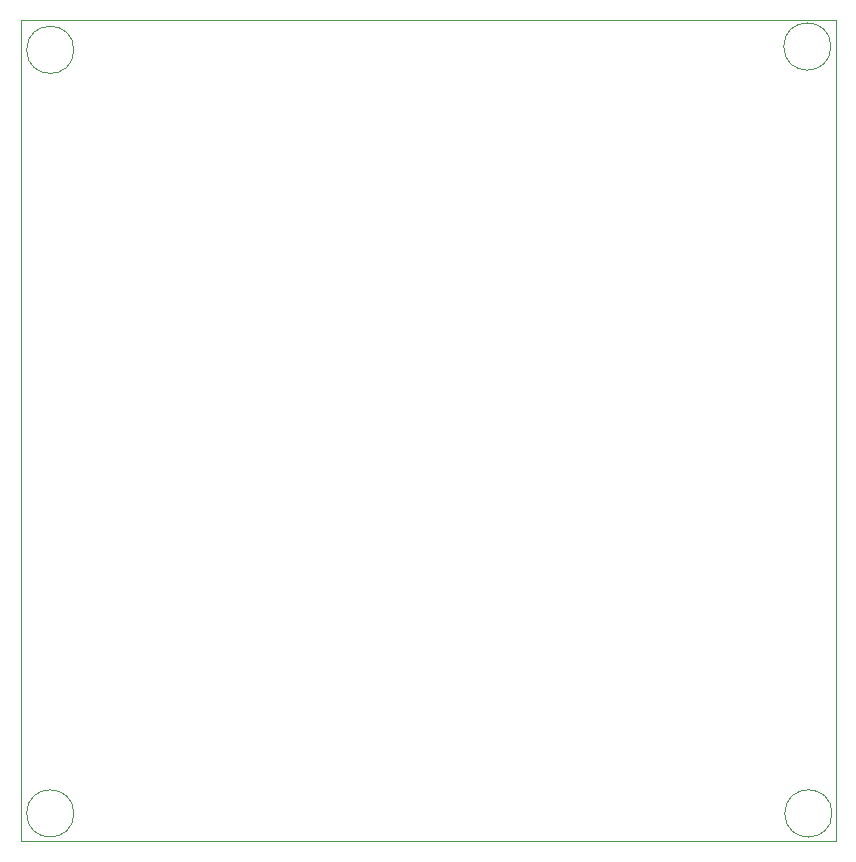
<source format=gm1>
G04 #@! TF.GenerationSoftware,KiCad,Pcbnew,7.0.6*
G04 #@! TF.CreationDate,2023-11-30T23:32:03-05:00*
G04 #@! TF.ProjectId,TeslaCoil,5465736c-6143-46f6-996c-2e6b69636164,rev?*
G04 #@! TF.SameCoordinates,Original*
G04 #@! TF.FileFunction,Profile,NP*
%FSLAX46Y46*%
G04 Gerber Fmt 4.6, Leading zero omitted, Abs format (unit mm)*
G04 Created by KiCad (PCBNEW 7.0.6) date 2023-11-30 23:32:03*
%MOMM*%
%LPD*%
G01*
G04 APERTURE LIST*
G04 #@! TA.AperFunction,Profile*
%ADD10C,0.100000*%
G04 #@! TD*
G04 #@! TA.AperFunction,Profile*
%ADD11C,0.050000*%
G04 #@! TD*
G04 APERTURE END LIST*
D10*
X141690000Y-120150000D02*
G75*
G03*
X141690000Y-120150000I-2000000J0D01*
G01*
X141600000Y-55220000D02*
G75*
G03*
X141600000Y-55220000I-2000000J0D01*
G01*
X77500000Y-120150000D02*
G75*
G03*
X77500000Y-120150000I-2000000J0D01*
G01*
D11*
X73000000Y-53000000D02*
X142000000Y-53000000D01*
X142000000Y-122500000D01*
X73000000Y-122500000D01*
X73000000Y-53000000D01*
D10*
X77500000Y-55500000D02*
G75*
G03*
X77500000Y-55500000I-2000000J0D01*
G01*
M02*

</source>
